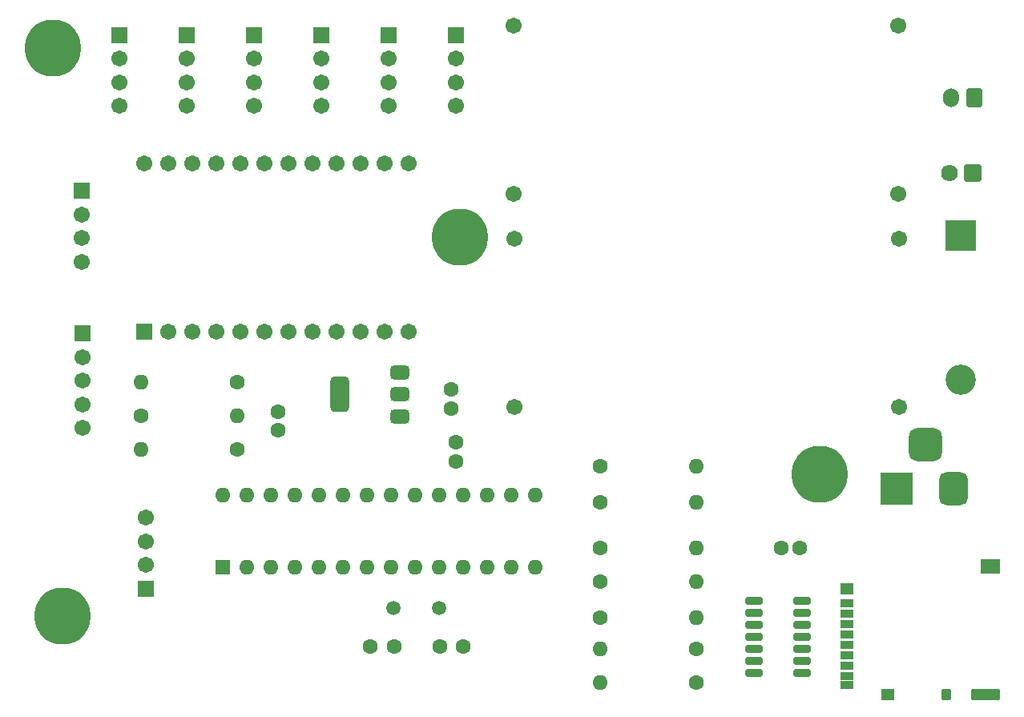
<source format=gbr>
%TF.GenerationSoftware,KiCad,Pcbnew,8.0.2*%
%TF.CreationDate,2024-06-06T11:53:52+07:00*%
%TF.ProjectId,IncubatorTesterV6,496e6375-6261-4746-9f72-546573746572,rev?*%
%TF.SameCoordinates,Original*%
%TF.FileFunction,Soldermask,Top*%
%TF.FilePolarity,Negative*%
%FSLAX46Y46*%
G04 Gerber Fmt 4.6, Leading zero omitted, Abs format (unit mm)*
G04 Created by KiCad (PCBNEW 8.0.2) date 2024-06-06 11:53:52*
%MOMM*%
%LPD*%
G01*
G04 APERTURE LIST*
G04 Aperture macros list*
%AMRoundRect*
0 Rectangle with rounded corners*
0 $1 Rounding radius*
0 $2 $3 $4 $5 $6 $7 $8 $9 X,Y pos of 4 corners*
0 Add a 4 corners polygon primitive as box body*
4,1,4,$2,$3,$4,$5,$6,$7,$8,$9,$2,$3,0*
0 Add four circle primitives for the rounded corners*
1,1,$1+$1,$2,$3*
1,1,$1+$1,$4,$5*
1,1,$1+$1,$6,$7*
1,1,$1+$1,$8,$9*
0 Add four rect primitives between the rounded corners*
20,1,$1+$1,$2,$3,$4,$5,0*
20,1,$1+$1,$4,$5,$6,$7,0*
20,1,$1+$1,$6,$7,$8,$9,0*
20,1,$1+$1,$8,$9,$2,$3,0*%
G04 Aperture macros list end*
%ADD10C,1.712000*%
%ADD11RoundRect,0.102000X0.754000X-0.754000X0.754000X0.754000X-0.754000X0.754000X-0.754000X-0.754000X0*%
%ADD12C,1.600000*%
%ADD13RoundRect,0.102000X-0.800100X-0.279400X0.800100X-0.279400X0.800100X0.279400X-0.800100X0.279400X0*%
%ADD14R,1.600000X1.600000*%
%ADD15O,1.600000X1.600000*%
%ADD16RoundRect,0.102000X0.600000X-0.350000X0.600000X0.350000X-0.600000X0.350000X-0.600000X-0.350000X0*%
%ADD17RoundRect,0.102000X0.400000X-0.500000X0.400000X0.500000X-0.400000X0.500000X-0.400000X-0.500000X0*%
%ADD18RoundRect,0.102000X0.600000X-0.500000X0.600000X0.500000X-0.600000X0.500000X-0.600000X-0.500000X0*%
%ADD19RoundRect,0.102000X1.400000X-0.500000X1.400000X0.500000X-1.400000X0.500000X-1.400000X-0.500000X0*%
%ADD20RoundRect,0.102000X0.950000X-0.650000X0.950000X0.650000X-0.950000X0.650000X-0.950000X-0.650000X0*%
%ADD21RoundRect,0.375000X0.625000X0.375000X-0.625000X0.375000X-0.625000X-0.375000X0.625000X-0.375000X0*%
%ADD22RoundRect,0.500000X0.500000X1.400000X-0.500000X1.400000X-0.500000X-1.400000X0.500000X-1.400000X0*%
%ADD23RoundRect,0.102000X-0.754000X0.754000X-0.754000X-0.754000X0.754000X-0.754000X0.754000X0.754000X0*%
%ADD24RoundRect,0.250000X0.600000X0.750000X-0.600000X0.750000X-0.600000X-0.750000X0.600000X-0.750000X0*%
%ADD25O,1.700000X2.000000*%
%ADD26R,3.500000X3.500000*%
%ADD27RoundRect,0.750000X0.750000X1.000000X-0.750000X1.000000X-0.750000X-1.000000X0.750000X-1.000000X0*%
%ADD28RoundRect,0.875000X0.875000X0.875000X-0.875000X0.875000X-0.875000X-0.875000X0.875000X-0.875000X0*%
%ADD29RoundRect,0.102000X-0.787500X-0.787500X0.787500X-0.787500X0.787500X0.787500X-0.787500X0.787500X0*%
%ADD30C,1.779000*%
%ADD31C,1.500000*%
%ADD32R,3.200000X3.200000*%
%ADD33O,3.200000X3.200000*%
%ADD34O,6.000000X6.000000*%
G04 APERTURE END LIST*
D10*
%TO.C,U6*%
X192010000Y-105720000D03*
X192010000Y-87940000D03*
X151370000Y-87940000D03*
X151370000Y-105720000D03*
%TD*%
%TO.C,U5*%
X191940000Y-83200000D03*
X191940000Y-65420000D03*
X151300000Y-65420000D03*
X151300000Y-83200000D03*
%TD*%
D11*
%TO.C,J6*%
X123894315Y-66455685D03*
D10*
X123894315Y-68955685D03*
X123894315Y-71455685D03*
X123894315Y-73955685D03*
%TD*%
D12*
%TO.C,C4*%
X143492315Y-131105685D03*
X145992315Y-131105685D03*
%TD*%
D11*
%TO.C,J5*%
X109670315Y-66455685D03*
D10*
X109670315Y-68955685D03*
X109670315Y-71455685D03*
X109670315Y-73955685D03*
%TD*%
D11*
%TO.C,J9*%
X105750000Y-97990000D03*
D10*
X105750000Y-100490000D03*
X105750000Y-102990000D03*
X105750000Y-105490000D03*
X105750000Y-107990000D03*
%TD*%
D13*
%TO.C,U4*%
X176726315Y-126279685D03*
X176726315Y-127549685D03*
X176726315Y-128819685D03*
X176726315Y-130089685D03*
X176726315Y-131359685D03*
X176726315Y-132629685D03*
X176726315Y-133899685D03*
X181806315Y-133899685D03*
X181806315Y-132629685D03*
X181806315Y-131359685D03*
X181806315Y-130089685D03*
X181806315Y-128819685D03*
X181806315Y-127549685D03*
X181806315Y-126279685D03*
%TD*%
D14*
%TO.C,U1*%
X120592315Y-122723685D03*
D15*
X123132315Y-122723685D03*
X125672315Y-122723685D03*
X128212315Y-122723685D03*
X130752315Y-122723685D03*
X133292315Y-122723685D03*
X135832315Y-122723685D03*
X138372315Y-122723685D03*
X140912315Y-122723685D03*
X143452315Y-122723685D03*
X145992315Y-122723685D03*
X148532315Y-122723685D03*
X151072315Y-122723685D03*
X153612315Y-122723685D03*
X153612315Y-115103685D03*
X151072315Y-115103685D03*
X148532315Y-115103685D03*
X145992315Y-115103685D03*
X143452315Y-115103685D03*
X140912315Y-115103685D03*
X138372315Y-115103685D03*
X135832315Y-115103685D03*
X133292315Y-115103685D03*
X130752315Y-115103685D03*
X128212315Y-115103685D03*
X125672315Y-115103685D03*
X123132315Y-115103685D03*
X120592315Y-115103685D03*
%TD*%
D11*
%TO.C,J2*%
X138118315Y-66455685D03*
D10*
X138118315Y-68955685D03*
X138118315Y-71455685D03*
X138118315Y-73955685D03*
%TD*%
D12*
%TO.C,R10*%
X122116315Y-110277685D03*
D15*
X111956315Y-110277685D03*
%TD*%
D12*
%TO.C,R5*%
X122116315Y-103165685D03*
D15*
X111956315Y-103165685D03*
%TD*%
D16*
%TO.C,J13*%
X186525000Y-126520000D03*
X186525000Y-127620000D03*
X186525000Y-128720000D03*
X186525000Y-129820000D03*
X186525000Y-130920000D03*
X186525000Y-132020000D03*
X186525000Y-133120000D03*
X186525000Y-134220000D03*
D17*
X197025000Y-136120000D03*
D16*
X186525000Y-135170000D03*
D18*
X190825000Y-136120000D03*
X186525000Y-124970000D03*
D19*
X201175000Y-136120000D03*
D20*
X201625000Y-122620000D03*
%TD*%
D12*
%TO.C,C6*%
X138666315Y-131105685D03*
X136166315Y-131105685D03*
%TD*%
D21*
%TO.C,U2*%
X139236315Y-106735685D03*
X139236315Y-104435685D03*
D22*
X132936315Y-104435685D03*
D21*
X139236315Y-102135685D03*
%TD*%
D23*
%TO.C,J8*%
X112447315Y-124949685D03*
D10*
X112447315Y-122449685D03*
X112447315Y-119949685D03*
X112447315Y-117449685D03*
%TD*%
D12*
%TO.C,R9*%
X160470315Y-128057685D03*
D15*
X170630315Y-128057685D03*
%TD*%
D12*
%TO.C,R2*%
X160470315Y-124247685D03*
D15*
X170630315Y-124247685D03*
%TD*%
D12*
%TO.C,R1*%
X160470315Y-115865685D03*
D15*
X170630315Y-115865685D03*
%TD*%
D24*
%TO.C,Battery1*%
X200000000Y-73041285D03*
D25*
X197500000Y-73041285D03*
%TD*%
D11*
%TO.C,J4*%
X116782315Y-66455685D03*
D10*
X116782315Y-68955685D03*
X116782315Y-71455685D03*
X116782315Y-73955685D03*
%TD*%
D26*
%TO.C,VDCIn1*%
X191799000Y-114428000D03*
D27*
X197799000Y-114428000D03*
D28*
X194799000Y-109728000D03*
%TD*%
D12*
%TO.C,R7*%
X170630315Y-134915685D03*
D15*
X160470315Y-134915685D03*
%TD*%
D12*
%TO.C,C7*%
X145230315Y-109515685D03*
X145230315Y-111515685D03*
%TD*%
%TO.C,C2*%
X126434315Y-108245685D03*
X126434315Y-106245685D03*
%TD*%
%TO.C,R3*%
X160470315Y-120691685D03*
D15*
X170630315Y-120691685D03*
%TD*%
D11*
%TO.C,J1*%
X131006315Y-66455685D03*
D10*
X131006315Y-68955685D03*
X131006315Y-71455685D03*
X131006315Y-73955685D03*
%TD*%
D12*
%TO.C,C1*%
X181536315Y-120691685D03*
X179536315Y-120691685D03*
%TD*%
%TO.C,R6*%
X111956315Y-106721685D03*
D15*
X122116315Y-106721685D03*
%TD*%
D12*
%TO.C,R4*%
X160470315Y-112055685D03*
D15*
X170630315Y-112055685D03*
%TD*%
D29*
%TO.C,SwitchSlot1*%
X199840315Y-81067685D03*
D30*
X197340315Y-81067685D03*
%TD*%
D11*
%TO.C,J7*%
X105623315Y-82925685D03*
D10*
X105623315Y-85425685D03*
X105623315Y-87925685D03*
X105623315Y-90425685D03*
%TD*%
D11*
%TO.C,J3*%
X145230315Y-66455685D03*
D10*
X145230315Y-68955685D03*
X145230315Y-71455685D03*
X145230315Y-73955685D03*
%TD*%
D12*
%TO.C,R8*%
X170630315Y-131359685D03*
D15*
X160470315Y-131359685D03*
%TD*%
D12*
%TO.C,C5*%
X144722315Y-103927685D03*
X144722315Y-105927685D03*
%TD*%
D31*
%TO.C,Y1*%
X143452315Y-127041685D03*
X138572315Y-127041685D03*
%TD*%
D11*
%TO.C,U3*%
X112260000Y-97831685D03*
D10*
X114800000Y-97831685D03*
X117340000Y-97831685D03*
X119880000Y-97831685D03*
X122420000Y-97831685D03*
X124960000Y-97831685D03*
X127500000Y-97831685D03*
X130040000Y-97831685D03*
X132580000Y-97831685D03*
X135120000Y-97831685D03*
X137660000Y-97831685D03*
X140200000Y-97831685D03*
X140200000Y-80051685D03*
X137660000Y-80051685D03*
X135120000Y-80051685D03*
X132580000Y-80051685D03*
X130040000Y-80051685D03*
X127500000Y-80051685D03*
X124960000Y-80051685D03*
X122420000Y-80051685D03*
X119880000Y-80051685D03*
X117340000Y-80051685D03*
X114800000Y-80051685D03*
X112260000Y-80051685D03*
%TD*%
D32*
%TO.C,D1*%
X198570315Y-87671685D03*
D33*
X198570315Y-102911685D03*
%TD*%
D34*
%TO.C,*%
X183594715Y-112836685D03*
%TD*%
%TO.C,*%
X102594715Y-67836685D03*
%TD*%
%TO.C,*%
X145594715Y-87836685D03*
%TD*%
%TO.C,*%
X103594715Y-127836685D03*
%TD*%
M02*

</source>
